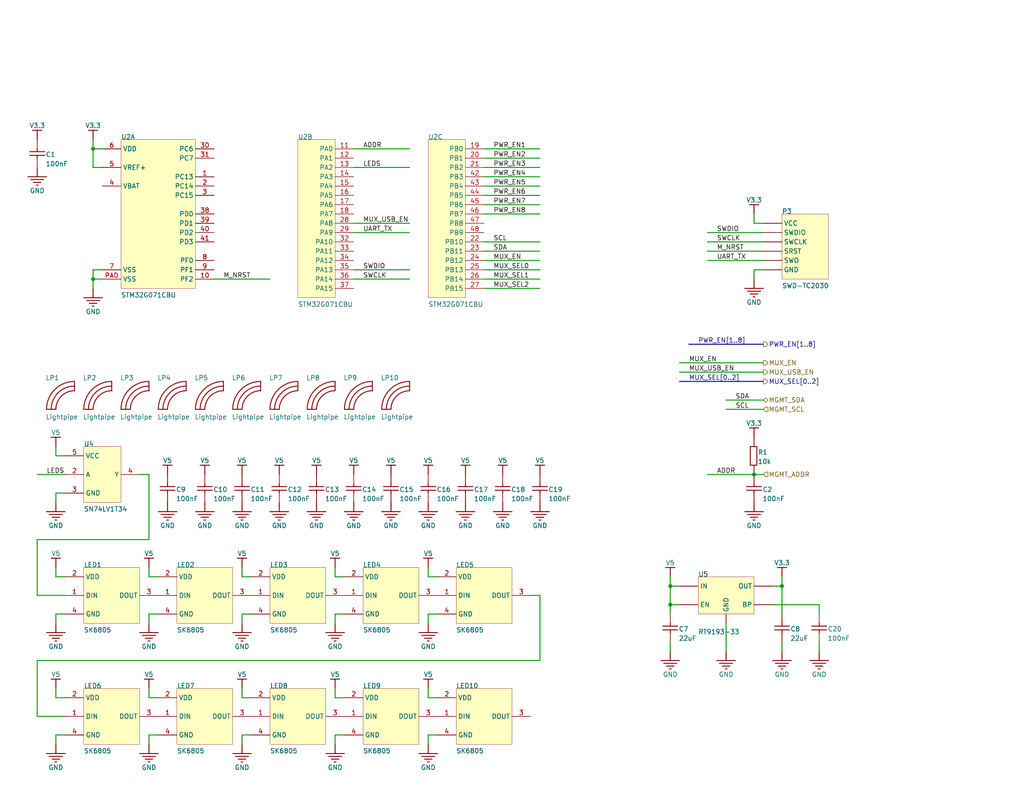
<source format=kicad_sch>
(kicad_sch (version 20231120) (generator "eeschema") (generator_version "8.0")
  (paper "A")
  (lib_symbols
    (symbol "top-altium-import:GND_POWER_GROUND" (power)
      (property "Reference" "#PWR" (at 0 0 0))
      (property "Value" "GND" (at 0 6.35 0))
      (symbol "GND_POWER_GROUND_0_0"
        (polyline (pts (xy -2.54 -2.54) (xy 2.54 -2.54)) (stroke (width 0.254)))
        (polyline (pts (xy -1.778 -3.302) (xy 1.778 -3.302)) (stroke (width 0.254)))
        (polyline (pts (xy -1.016 -4.064) (xy 1.016 -4.064)) (stroke (width 0.254)))
        (polyline (pts (xy -0.254 -4.826) (xy 0.254 -4.826)) (stroke (width 0.254)))
        (polyline (pts (xy 0 0) (xy 0 -2.54)) (stroke (width 0.254)))
        (pin power_in line (at 0 0 0) (length 0) hide (name "GND") (number ""))
      )
    )
    (symbol "top-altium-import:MGMT_0_Lightpipe"
      (symbol "MGMT_0_Lightpipe_1_0"
        (polyline (pts (xy -5.08 0) (xy -7.62 0)) (stroke (width 0.254)))
        (polyline (pts (xy 0 7.62) (xy 0 5.08)) (stroke (width 0.254)))
        (arc (start 0 5.08) (mid -3.5921 3.5921) (end -5.08 0) (stroke (width 0.254)))
        (arc (start 0 6.35) (mid -4.4901 4.4901) (end -6.35 0) (stroke (width 0.254)))
        (arc (start 0 7.62) (mid -5.3882 5.3882) (end -7.62 0) (stroke (width 0.254)))
      )
    )
    (symbol "top-altium-import:MGMT_0_SK6805"
      (symbol "MGMT_0_SK6805_1_0"
        (rectangle (start 7.62 7.62) (end -7.62 -7.62) (stroke (width 0.0254) (color 128 0 0 1)) (fill (type background)))
        (pin passive line (at -12.7 0 0) (length 5.08) (name "DIN") (number "1"))
        (pin passive line (at -12.7 5.08 0) (length 5.08) (name "VDD") (number "2"))
        (pin passive line (at 12.7 0 180) (length 5.08) (name "DOUT") (number "3"))
        (pin passive line (at -12.7 -5.08 0) (length 5.08) (name "GND") (number "4"))
      )
    )
    (symbol "top-altium-import:MGMT_0_SN74LV1T34"
      (symbol "MGMT_0_SN74LV1T34_1_0"
        (rectangle (start 5.08 7.62) (end -5.08 -7.62) (stroke (width 0.0254) (color 128 0 0 1)) (fill (type background)))
        (pin passive line (at -10.16 0 0) (length 5.08) (name "A") (number "2"))
        (pin passive line (at -10.16 -5.08 0) (length 5.08) (name "GND") (number "3"))
        (pin passive line (at 10.16 0 180) (length 5.08) (name "Y") (number "4"))
        (pin passive line (at -10.16 5.08 0) (length 5.08) (name "VCC") (number "5"))
      )
    )
    (symbol "top-altium-import:MGMT_0_STM32G0B1CxU"
      (symbol "MGMT_0_STM32G0B1CxU_1_0"
        (rectangle (start 10.16 20.32) (end -10.16 -20.32) (stroke (width 0.0254) (color 128 0 0 1)) (fill (type background)))
        (pin passive line (at 15.24 10.16 180) (length 5.08) (name "PC13") (number "1"))
        (pin passive line (at 15.24 -17.78 180) (length 5.08) (name "PF2") (number "10"))
        (pin passive line (at 15.24 7.62 180) (length 5.08) (name "PC14") (number "2"))
        (pin passive line (at 15.24 5.08 180) (length 5.08) (name "PC15") (number "3"))
        (pin passive line (at 15.24 17.78 180) (length 5.08) (name "PC6") (number "30"))
        (pin passive line (at 15.24 15.24 180) (length 5.08) (name "PC7") (number "31"))
        (pin passive line (at 15.24 0 180) (length 5.08) (name "PD0") (number "38"))
        (pin passive line (at 15.24 -2.54 180) (length 5.08) (name "PD1") (number "39"))
        (pin passive line (at -15.24 7.62 0) (length 5.08) (name "VBAT") (number "4"))
        (pin passive line (at 15.24 -5.08 180) (length 5.08) (name "PD2") (number "40"))
        (pin passive line (at 15.24 -7.62 180) (length 5.08) (name "PD3") (number "41"))
        (pin passive line (at -15.24 12.7 0) (length 5.08) (name "VREF+") (number "5"))
        (pin passive line (at -15.24 17.78 0) (length 5.08) (name "VDD") (number "6"))
        (pin passive line (at -15.24 -15.24 0) (length 5.08) (name "VSS") (number "7"))
        (pin passive line (at 15.24 -12.7 180) (length 5.08) (name "PF0") (number "8"))
        (pin passive line (at 15.24 -15.24 180) (length 5.08) (name "PF1") (number "9"))
        (pin passive line (at -15.24 -17.78 0) (length 5.08) (name "VSS") (number "PAD"))
      )
      (symbol "MGMT_0_STM32G0B1CxU_2_0"
        (rectangle (start 0 22.86) (end -10.16 -20.32) (stroke (width 0.0254) (color 128 0 0 1)) (fill (type background)))
        (pin passive line (at 5.08 20.32 180) (length 5.08) (name "PA0") (number "11"))
        (pin passive line (at 5.08 17.78 180) (length 5.08) (name "PA1") (number "12"))
        (pin passive line (at 5.08 15.24 180) (length 5.08) (name "PA2") (number "13"))
        (pin passive line (at 5.08 12.7 180) (length 5.08) (name "PA3") (number "14"))
        (pin passive line (at 5.08 10.16 180) (length 5.08) (name "PA4") (number "15"))
        (pin passive line (at 5.08 7.62 180) (length 5.08) (name "PA5") (number "16"))
        (pin passive line (at 5.08 5.08 180) (length 5.08) (name "PA6") (number "17"))
        (pin passive line (at 5.08 2.54 180) (length 5.08) (name "PA7") (number "18"))
        (pin passive line (at 5.08 0 180) (length 5.08) (name "PA8") (number "28"))
        (pin passive line (at 5.08 -2.54 180) (length 5.08) (name "PA9") (number "29"))
        (pin passive line (at 5.08 -5.08 180) (length 5.08) (name "PA10") (number "32"))
        (pin passive line (at 5.08 -7.62 180) (length 5.08) (name "PA11") (number "33"))
        (pin passive line (at 5.08 -10.16 180) (length 5.08) (name "PA12") (number "34"))
        (pin passive line (at 5.08 -12.7 180) (length 5.08) (name "PA13") (number "35"))
        (pin passive line (at 5.08 -15.24 180) (length 5.08) (name "PA14") (number "36"))
        (pin passive line (at 5.08 -17.78 180) (length 5.08) (name "PA15") (number "37"))
      )
      (symbol "MGMT_0_STM32G0B1CxU_3_0"
        (rectangle (start 0 22.86) (end -10.16 -20.32) (stroke (width 0.0254) (color 128 0 0 1)) (fill (type background)))
        (pin passive line (at 5.08 20.32 180) (length 5.08) (name "PB0") (number "19"))
        (pin passive line (at 5.08 17.78 180) (length 5.08) (name "PB1") (number "20"))
        (pin passive line (at 5.08 15.24 180) (length 5.08) (name "PB2") (number "21"))
        (pin passive line (at 5.08 -5.08 180) (length 5.08) (name "PB10") (number "22"))
        (pin passive line (at 5.08 -7.62 180) (length 5.08) (name "PB11") (number "23"))
        (pin passive line (at 5.08 -10.16 180) (length 5.08) (name "PB12") (number "24"))
        (pin passive line (at 5.08 -12.7 180) (length 5.08) (name "PB13") (number "25"))
        (pin passive line (at 5.08 -15.24 180) (length 5.08) (name "PB14") (number "26"))
        (pin passive line (at 5.08 -17.78 180) (length 5.08) (name "PB15") (number "27"))
        (pin passive line (at 5.08 12.7 180) (length 5.08) (name "PB3") (number "42"))
        (pin passive line (at 5.08 10.16 180) (length 5.08) (name "PB4") (number "43"))
        (pin passive line (at 5.08 7.62 180) (length 5.08) (name "PB5") (number "44"))
        (pin passive line (at 5.08 5.08 180) (length 5.08) (name "PB6") (number "45"))
        (pin passive line (at 5.08 2.54 180) (length 5.08) (name "PB7") (number "46"))
        (pin passive line (at 5.08 0 180) (length 5.08) (name "PB8") (number "47"))
        (pin passive line (at 5.08 -2.54 180) (length 5.08) (name "PB9") (number "48"))
      )
    )
    (symbol "top-altium-import:MGMT_0_SWD-TC2030"
      (symbol "MGMT_0_SWD-TC2030_1_0"
        (rectangle (start 7.62 7.62) (end -5.08 -10.16) (stroke (width 0.0254) (color 128 0 0 1)) (fill (type background)))
        (pin passive line (at -10.16 -7.62 0) (length 5.08) (name "GND") (number "GND"))
        (pin passive line (at -10.16 -2.54 0) (length 5.08) (name "SRST") (number "SRST"))
        (pin passive line (at -10.16 0 0) (length 5.08) (name "SWCLK") (number "SWCLK"))
        (pin passive line (at -10.16 2.54 0) (length 5.08) (name "SWDIO") (number "SWDIO"))
        (pin passive line (at -10.16 -5.08 0) (length 5.08) (name "SWO") (number "SWO"))
        (pin passive line (at -10.16 5.08 0) (length 5.08) (name "VCC") (number "VCC"))
      )
    )
    (symbol "top-altium-import:MGMT_0_VREG_EN_BP"
      (symbol "MGMT_0_VREG_EN_BP_1_0"
        (rectangle (start 7.62 2.54) (end -7.62 -7.62) (stroke (width 0.0254) (color 128 0 0 1)) (fill (type background)))
        (pin passive line (at 12.7 -5.08 180) (length 5.08) (name "BP") (number "BP"))
        (pin passive line (at -12.7 -5.08 0) (length 5.08) (name "EN") (number "EN"))
        (pin passive line (at 0 -10.16 90) (length 2.54) (name "GND") (number "GND"))
        (pin passive line (at -12.7 0 0) (length 5.08) (name "IN") (number "IN"))
        (pin passive line (at 12.7 0 180) (length 5.08) (name "OUT") (number "OUT"))
      )
    )
    (symbol "top-altium-import:MGMT_1_Capacitor"
      (symbol "MGMT_1_Capacitor_1_0"
        (polyline (pts (xy -2.032 0.762) (xy 2.032 0.762)) (stroke (width 0.254)))
        (polyline (pts (xy 0 0) (xy 0 0.762)) (stroke (width 0.254)))
        (polyline (pts (xy 0 1.778) (xy 0 2.54)) (stroke (width 0.254)))
        (polyline (pts (xy 2.032 1.778) (xy -2.032 1.778)) (stroke (width 0.254)))
        (pin passive line (at 0 -2.54 90) (length 2.54) (name "1") (number "1"))
        (pin passive line (at 0 5.08 270) (length 2.54) (name "2") (number "2"))
      )
    )
    (symbol "top-altium-import:MGMT_1_Resistor"
      (symbol "MGMT_1_Resistor_1_0"
        (polyline (pts (xy 0.762 -2.54) (xy -1.016 -2.54) (xy -1.016 2.54) (xy 0.762 2.54) (xy 0.762 -2.54)) (stroke (width 0.254)))
        (pin passive line (at 0 -5.08 90) (length 2.54) (name "1") (number "1"))
        (pin passive line (at 0 5.08 270) (length 2.54) (name "2") (number "2"))
      )
    )
    (symbol "top-altium-import:V3.3_BAR" (power)
      (property "Reference" "#PWR" (at 0 0 0))
      (property "Value" "V3.3" (at 0 3.81 0))
      (symbol "V3.3_BAR_0_0"
        (polyline (pts (xy -1.27 -2.54) (xy 1.27 -2.54)) (stroke (width 0.254)))
        (polyline (pts (xy 0 0) (xy 0 -2.54)) (stroke (width 0.254)))
        (pin power_in line (at 0 0 0) (length 0) hide (name "V3.3") (number ""))
      )
    )
    (symbol "top-altium-import:V5_BAR" (power)
      (property "Reference" "#PWR" (at 0 0 0))
      (property "Value" "V5" (at 0 3.81 0))
      (symbol "V5_BAR_0_0"
        (polyline (pts (xy -1.27 -2.54) (xy 1.27 -2.54)) (stroke (width 0.254)))
        (polyline (pts (xy 0 0) (xy 0 -2.54)) (stroke (width 0.254)))
        (pin power_in line (at 0 0 0) (length 0) hide (name "V5") (number ""))
      )
    )
  )
  (junction (at 182.88 160.02))
  (junction (at 213.36 160.02))
  (junction (at 25.4 76.2))
  (junction (at 25.4 40.64))
  (junction (at 205.74 129.54))
  (junction (at 182.88 165.1))
  (wire (pts (xy 116.84 187.96) (xy 116.84 190.5)) (stroke (width 0.254)))
  (wire (pts (xy 96.52 73.66) (xy 111.76 73.66)) (stroke (width 0.254)))
  (wire (pts (xy 68.58 200.66) (xy 66.04 200.66)) (stroke (width 0.254)))
  (wire (pts (xy 58.42 76.2) (xy 73.66 76.2)) (stroke (width 0.254)))
  (wire (pts (xy 10.16 195.58) (xy 10.16 180.34)) (stroke (width 0.254)))
  (wire (pts (xy 66.04 200.66) (xy 66.04 203.2)) (stroke (width 0.254)))
  (wire (pts (xy 193.04 63.5) (xy 208.28 63.5)) (stroke (width 0.254)))
  (wire (pts (xy 40.64 200.66) (xy 40.64 203.2)) (stroke (width 0.254)))
  (wire (pts (xy 93.98 200.66) (xy 91.44 200.66)) (stroke (width 0.254)))
  (wire (pts (xy 147.32 58.42) (xy 132.08 58.42)) (stroke (width 0.254)))
  (wire (pts (xy 10.16 162.56) (xy 17.78 162.56)) (stroke (width 0.254)))
  (wire (pts (xy 208.28 66.04) (xy 193.04 66.04)) (stroke (width 0.254)))
  (wire (pts (xy 116.84 154.94) (xy 116.84 157.48)) (stroke (width 0.254)))
  (wire (pts (xy 116.84 157.48) (xy 119.38 157.48)) (stroke (width 0.254)))
  (wire (pts (xy 43.18 200.66) (xy 40.64 200.66)) (stroke (width 0.254)))
  (wire (pts (xy 198.12 170.18) (xy 198.12 177.8)) (stroke (width 0.254)))
  (wire (pts (xy 10.16 147.32) (xy 10.16 162.56)) (stroke (width 0.254)))
  (wire (pts (xy 91.44 200.66) (xy 91.44 203.2)) (stroke (width 0.254)))
  (wire (pts (xy 15.24 134.62) (xy 15.24 137.16)) (stroke (width 0.254)))
  (wire (pts (xy 40.64 147.32) (xy 10.16 147.32)) (stroke (width 0.254)))
  (wire (pts (xy 210.82 160.02) (xy 213.36 160.02)) (stroke (width 0.254)))
  (bus (pts (xy 187.96 93.98) (xy 208.28 93.98)) (stroke (width 0.254)))
  (wire (pts (xy 147.32 50.8) (xy 132.08 50.8)) (stroke (width 0.254)))
  (wire (pts (xy 17.78 134.62) (xy 15.24 134.62)) (stroke (width 0.254)))
  (wire (pts (xy 27.94 45.72) (xy 25.4 45.72)) (stroke (width 0.254)))
  (wire (pts (xy 66.04 187.96) (xy 66.04 190.5)) (stroke (width 0.254)))
  (wire (pts (xy 15.24 187.96) (xy 15.24 190.5)) (stroke (width 0.254)))
  (wire (pts (xy 147.32 71.12) (xy 132.08 71.12)) (stroke (width 0.254)))
  (wire (pts (xy 40.64 190.5) (xy 43.18 190.5)) (stroke (width 0.254)))
  (wire (pts (xy 17.78 129.54) (xy 10.16 129.54)) (stroke (width 0.254)))
  (wire (pts (xy 15.24 167.64) (xy 15.24 170.18)) (stroke (width 0.254)))
  (wire (pts (xy 182.88 165.1) (xy 185.42 165.1)) (stroke (width 0.254)))
  (wire (pts (xy 119.38 167.64) (xy 116.84 167.64)) (stroke (width 0.254)))
  (wire (pts (xy 15.24 190.5) (xy 17.78 190.5)) (stroke (width 0.254)))
  (wire (pts (xy 119.38 200.66) (xy 116.84 200.66)) (stroke (width 0.254)))
  (wire (pts (xy 25.4 45.72) (xy 25.4 40.64)) (stroke (width 0.254)))
  (wire (pts (xy 205.74 73.66) (xy 205.74 76.2)) (stroke (width 0.254)))
  (wire (pts (xy 205.74 58.42) (xy 205.74 60.96)) (stroke (width 0.254)))
  (wire (pts (xy 66.04 167.64) (xy 66.04 170.18)) (stroke (width 0.254)))
  (wire (pts (xy 205.74 129.54) (xy 193.04 129.54)) (stroke (width 0.254)))
  (wire (pts (xy 213.36 177.8) (xy 213.36 175.26)) (stroke (width 0.254)))
  (wire (pts (xy 25.4 76.2) (xy 25.4 73.66)) (stroke (width 0.254)))
  (wire (pts (xy 68.58 167.64) (xy 66.04 167.64)) (stroke (width 0.254)))
  (wire (pts (xy 182.88 160.02) (xy 182.88 165.1)) (stroke (width 0.254)))
  (wire (pts (xy 193.04 71.12) (xy 208.28 71.12)) (stroke (width 0.254)))
  (wire (pts (xy 223.52 175.26) (xy 223.52 177.8)) (stroke (width 0.254)))
  (wire (pts (xy 182.88 177.8) (xy 182.88 175.26)) (stroke (width 0.254)))
  (wire (pts (xy 111.76 40.64) (xy 96.52 40.64)) (stroke (width 0.254)))
  (wire (pts (xy 147.32 45.72) (xy 132.08 45.72)) (stroke (width 0.254)))
  (wire (pts (xy 116.84 190.5) (xy 119.38 190.5)) (stroke (width 0.254)))
  (wire (pts (xy 66.04 154.94) (xy 66.04 157.48)) (stroke (width 0.254)))
  (wire (pts (xy 116.84 167.64) (xy 116.84 170.18)) (stroke (width 0.254)))
  (wire (pts (xy 147.32 78.74) (xy 132.08 78.74)) (stroke (width 0.254)))
  (wire (pts (xy 208.28 101.6) (xy 185.42 101.6)) (stroke (width 0.254)))
  (wire (pts (xy 15.24 124.46) (xy 17.78 124.46)) (stroke (width 0.254)))
  (wire (pts (xy 43.18 167.64) (xy 40.64 167.64)) (stroke (width 0.254)))
  (wire (pts (xy 91.44 154.94) (xy 91.44 157.48)) (stroke (width 0.254)))
  (wire (pts (xy 147.32 55.88) (xy 132.08 55.88)) (stroke (width 0.254)))
  (bus (pts (xy 208.28 104.14) (xy 185.42 104.14)) (stroke (width 0.254)))
  (wire (pts (xy 40.64 129.54) (xy 40.64 147.32)) (stroke (width 0.254)))
  (wire (pts (xy 147.32 66.04) (xy 132.08 66.04)) (stroke (width 0.254)))
  (wire (pts (xy 182.88 157.48) (xy 182.88 160.02)) (stroke (width 0.254)))
  (wire (pts (xy 213.36 167.64) (xy 213.36 160.02)) (stroke (width 0.254)))
  (wire (pts (xy 17.78 200.66) (xy 15.24 200.66)) (stroke (width 0.254)))
  (wire (pts (xy 147.32 43.18) (xy 132.08 43.18)) (stroke (width 0.254)))
  (wire (pts (xy 91.44 190.5) (xy 93.98 190.5)) (stroke (width 0.254)))
  (wire (pts (xy 25.4 40.64) (xy 27.94 40.64)) (stroke (width 0.254)))
  (wire (pts (xy 66.04 190.5) (xy 68.58 190.5)) (stroke (width 0.254)))
  (wire (pts (xy 15.24 121.92) (xy 15.24 124.46)) (stroke (width 0.254)))
  (wire (pts (xy 15.24 200.66) (xy 15.24 203.2)) (stroke (width 0.254)))
  (wire (pts (xy 17.78 167.64) (xy 15.24 167.64)) (stroke (width 0.254)))
  (wire (pts (xy 198.12 111.76) (xy 208.28 111.76)) (stroke (width 0.254)))
  (wire (pts (xy 208.28 109.22) (xy 198.12 109.22)) (stroke (width 0.254)))
  (wire (pts (xy 111.76 60.96) (xy 96.52 60.96)) (stroke (width 0.254)))
  (wire (pts (xy 91.44 187.96) (xy 91.44 190.5)) (stroke (width 0.254)))
  (wire (pts (xy 91.44 157.48) (xy 93.98 157.48)) (stroke (width 0.254)))
  (wire (pts (xy 17.78 195.58) (xy 10.16 195.58)) (stroke (width 0.254)))
  (wire (pts (xy 132.08 40.64) (xy 147.32 40.64)) (stroke (width 0.254)))
  (wire (pts (xy 147.32 162.56) (xy 144.78 162.56)) (stroke (width 0.254)))
  (wire (pts (xy 147.32 180.34) (xy 147.32 162.56)) (stroke (width 0.254)))
  (wire (pts (xy 25.4 78.74) (xy 25.4 76.2)) (stroke (width 0.254)))
  (wire (pts (xy 147.32 68.58) (xy 132.08 68.58)) (stroke (width 0.254)))
  (wire (pts (xy 208.28 129.54) (xy 205.74 129.54)) (stroke (width 0.254)))
  (wire (pts (xy 208.28 99.06) (xy 185.42 99.06)) (stroke (width 0.254)))
  (wire (pts (xy 147.32 76.2) (xy 132.08 76.2)) (stroke (width 0.254)))
  (wire (pts (xy 182.88 167.64) (xy 182.88 165.1)) (stroke (width 0.254)))
  (wire (pts (xy 91.44 167.64) (xy 91.44 170.18)) (stroke (width 0.254)))
  (wire (pts (xy 40.64 154.94) (xy 40.64 157.48)) (stroke (width 0.254)))
  (wire (pts (xy 38.1 129.54) (xy 40.64 129.54)) (stroke (width 0.254)))
  (wire (pts (xy 40.64 157.48) (xy 43.18 157.48)) (stroke (width 0.254)))
  (wire (pts (xy 193.04 68.58) (xy 208.28 68.58)) (stroke (width 0.254)))
  (wire (pts (xy 185.42 160.02) (xy 182.88 160.02)) (stroke (width 0.254)))
  (wire (pts (xy 208.28 73.66) (xy 205.74 73.66)) (stroke (width 0.254)))
  (wire (pts (xy 40.64 187.96) (xy 40.64 190.5)) (stroke (width 0.254)))
  (wire (pts (xy 66.04 157.48) (xy 68.58 157.48)) (stroke (width 0.254)))
  (wire (pts (xy 93.98 167.64) (xy 91.44 167.64)) (stroke (width 0.254)))
  (wire (pts (xy 210.82 165.1) (xy 223.52 165.1)) (stroke (width 0.254)))
  (wire (pts (xy 111.76 45.72) (xy 96.52 45.72)) (stroke (width 0.254)))
  (wire (pts (xy 116.84 200.66) (xy 116.84 203.2)) (stroke (width 0.254)))
  (wire (pts (xy 205.74 60.96) (xy 208.28 60.96)) (stroke (width 0.254)))
  (wire (pts (xy 25.4 38.1) (xy 25.4 40.64)) (stroke (width 0.254)))
  (wire (pts (xy 147.32 73.66) (xy 132.08 73.66)) (stroke (width 0.254)))
  (wire (pts (xy 25.4 76.2) (xy 27.94 76.2)) (stroke (width 0.254)))
  (wire (pts (xy 213.36 160.02) (xy 213.36 157.48)) (stroke (width 0.254)))
  (wire (pts (xy 223.52 165.1) (xy 223.52 167.64)) (stroke (width 0.254)))
  (wire (pts (xy 111.76 76.2) (xy 96.52 76.2)) (stroke (width 0.254)))
  (wire (pts (xy 96.52 63.5) (xy 111.76 63.5)) (stroke (width 0.254)))
  (wire (pts (xy 10.16 180.34) (xy 147.32 180.34)) (stroke (width 0.254)))
  (wire (pts (xy 25.4 73.66) (xy 27.94 73.66)) (stroke (width 0.254)))
  (wire (pts (xy 40.64 167.64) (xy 40.64 170.18)) (stroke (width 0.254)))
  (wire (pts (xy 15.24 154.94) (xy 15.24 157.48)) (stroke (width 0.254)))
  (wire (pts (xy 147.32 48.26) (xy 132.08 48.26)) (stroke (width 0.254)))
  (wire (pts (xy 147.32 53.34) (xy 132.08 53.34)) (stroke (width 0.254)))
  (wire (pts (xy 15.24 157.48) (xy 17.78 157.48)) (stroke (width 0.254)))
  (label "SWCLK" (at 99.06 76.2 0))
  (label "ADDR" (at 99.06 40.64 0))
  (label "PWR_EN4" (at 134.62 48.26 0))
  (label "SWCLK" (at 195.58 66.04 0))
  (label "UART_TX" (at 195.58 71.12 0))
  (label "SDA" (at 200.66 109.22 0))
  (label "PWR_EN2" (at 134.62 43.18 0))
  (label "MUX_SEL[0..2]" (at 187.96 104.14 0))
  (label "M_NRST" (at 60.96 76.2 0))
  (label "M_NRST" (at 195.58 68.58 0))
  (label "SDA" (at 134.62 68.58 0))
  (label "MUX_USB_EN" (at 187.96 101.6 0))
  (label "SCL" (at 134.62 66.04 0))
  (label "SWDIO" (at 99.06 73.66 0))
  (label "LEDS" (at 12.7 129.54 0))
  (label "LEDS" (at 99.06 45.72 0))
  (label "PWR_EN[1..8]" (at 190.5 93.98 0))
  (label "MUX_SEL2" (at 134.62 78.74 0))
  (label "PWR_EN1" (at 134.62 40.64 0))
  (label "MUX_SEL0" (at 134.62 73.66 0))
  (label "UART_TX" (at 99.06 63.5 0))
  (label "PWR_EN3" (at 134.62 45.72 0))
  (label "PWR_EN6" (at 134.62 53.34 0))
  (label "PWR_EN5" (at 134.62 50.8 0))
  (label "SWDIO" (at 195.58 63.5 0))
  (label "MUX_SEL1" (at 134.62 76.2 0))
  (label "MUX_EN" (at 134.62 71.12 0))
  (label "MUX_USB_EN" (at 99.06 60.96 0))
  (label "PWR_EN8" (at 134.62 58.42 0))
  (label "ADDR" (at 195.58 129.54 0))
  (label "PWR_EN7" (at 134.62 55.88 0))
  (label "SCL" (at 200.66 111.76 0))
  (label "MUX_EN" (at 187.96 99.06 0))
  (hierarchical_label "MGMT_SCL" (shape input) (at 208.28 111.76 0))
  (hierarchical_label "PWR_EN[1..8]" (shape output) (at 208.28 93.98 0))
  (hierarchical_label "MGMT_SDA" (shape bidirectional) (at 208.28 109.22 0))
  (hierarchical_label "MUX_EN" (shape output) (at 208.28 99.06 0))
  (hierarchical_label "MUX_USB_EN" (shape output) (at 208.28 101.6 0))
  (hierarchical_label "MGMT_ADDR" (shape input) (at 208.28 129.54 0))
  (hierarchical_label "MUX_SEL[0..2]" (shape output) (at 208.28 104.14 0))
  (symbol (lib_id "top-altium-import:MGMT_0_STM32G0B1CxU") (at 43.18 58.42 0) (unit 1)
    (property "Reference" "U2" (at 33.02 38.1 0) (effects (justify left bottom)))
    (property "Value" "STM32G071CBU" (at 33.02 81.28 0) (effects (justify left bottom)))
    (property "Footprint" "QFN50P690X710X60_HS-49N" (effects (hide yes)))
  )
  (symbol (lib_id "top-altium-import:GND_POWER_GROUND") (at 127 137.16 0) (unit 1)
    (property "Reference" "#PWR?" (effects (hide yes)))
    (property "Value" "GND" (at 127 143.51 0))
  )
  (symbol (lib_id "top-altium-import:GND_POWER_GROUND") (at 66.04 203.2 0) (unit 1)
    (property "Reference" "#PWR?" (effects (hide yes)))
    (property "Value" "GND" (at 66.04 209.55 0))
  )
  (symbol (lib_id "top-altium-import:MGMT_0_STM32G0B1CxU") (at 91.44 60.96 0) (unit 2)
    (property "Reference" "U2" (at 81.28 38.1 0) (effects (justify left bottom)))
    (property "Value" "STM32G071CBU" (at 81.28 83.82 0) (effects (justify left bottom)))
    (property "Footprint" "QFN50P690X710X60_HS-49N" (effects (hide yes)))
  )
  (symbol (lib_id "top-altium-import:V5_BAR") (at 106.68 129.54 180) (unit 1)
    (property "Reference" "#PWR?" (effects (hide yes)))
    (property "Value" "V5" (at 106.68 125.73 0))
  )
  (symbol (lib_id "top-altium-import:V5_BAR") (at 182.88 157.48 180) (unit 1)
    (property "Reference" "#PWR?" (effects (hide yes)))
    (property "Value" "V5" (at 182.88 153.67 0))
  )
  (symbol (lib_id "top-altium-import:MGMT_1_Capacitor") (at 137.16 134.62 0) (unit 1)
    (property "Reference" "C18" (at 139.446 134.366 0) (effects (justify left bottom)))
    (property "Value" "${ALTIUM_VALUE}" (at 139.446 136.906 0) (effects (justify left bottom)))
    (property "Footprint" "0402" (effects (hide yes)))
    (property "ALTIUM_VALUE" "100nF" (effects (hide yes)))
  )
  (symbol (lib_id "top-altium-import:MGMT_1_Capacitor") (at 205.74 134.62 0) (unit 1)
    (property "Reference" "C2" (at 208.026 134.366 0) (effects (justify left bottom)))
    (property "Value" "${ALTIUM_VALUE}" (at 208.026 136.906 0) (effects (justify left bottom)))
    (property "Footprint" "0402" (effects (hide yes)))
    (property "ALTIUM_VALUE" "100nF" (effects (hide yes)))
  )
  (symbol (lib_id "top-altium-import:GND_POWER_GROUND") (at 147.32 137.16 0) (unit 1)
    (property "Reference" "#PWR?" (effects (hide yes)))
    (property "Value" "GND" (at 147.32 143.51 0))
  )
  (symbol (lib_id "top-altium-import:V5_BAR") (at 91.44 187.96 180) (unit 1)
    (property "Reference" "#PWR?" (effects (hide yes)))
    (property "Value" "V5" (at 91.44 184.15 0))
  )
  (symbol (lib_id "top-altium-import:MGMT_0_SK6805") (at 30.48 195.58 0) (unit 1)
    (property "Reference" "LED6" (at 22.86 187.96 0) (effects (justify left bottom)))
    (property "Value" "SK6805" (at 22.86 205.74 0) (effects (justify left bottom)))
    (property "Footprint" "EC15" (effects (hide yes)))
  )
  (symbol (lib_id "top-altium-import:GND_POWER_GROUND") (at 116.84 170.18 0) (unit 1)
    (property "Reference" "#PWR?" (effects (hide yes)))
    (property "Value" "GND" (at 116.84 176.53 0))
  )
  (symbol (lib_id "top-altium-import:GND_POWER_GROUND") (at 116.84 203.2 0) (unit 1)
    (property "Reference" "#PWR?" (effects (hide yes)))
    (property "Value" "GND" (at 116.84 209.55 0))
  )
  (symbol (lib_id "top-altium-import:GND_POWER_GROUND") (at 40.64 170.18 0) (unit 1)
    (property "Reference" "#PWR?" (effects (hide yes)))
    (property "Value" "GND" (at 40.64 176.53 0))
  )
  (symbol (lib_id "top-altium-import:V3.3_BAR") (at 10.16 38.1 180) (unit 1)
    (property "Reference" "#PWR?" (effects (hide yes)))
    (property "Value" "V3.3" (at 10.16 34.29 0))
  )
  (symbol (lib_id "top-altium-import:V3.3_BAR") (at 205.74 58.42 180) (unit 1)
    (property "Reference" "#PWR?" (effects (hide yes)))
    (property "Value" "V3.3" (at 205.74 54.61 0))
  )
  (symbol (lib_id "top-altium-import:MGMT_1_Capacitor") (at 55.88 134.62 0) (unit 1)
    (property "Reference" "C10" (at 58.166 134.366 0) (effects (justify left bottom)))
    (property "Value" "${ALTIUM_VALUE}" (at 58.166 136.906 0) (effects (justify left bottom)))
    (property "Footprint" "0402" (effects (hide yes)))
    (property "ALTIUM_VALUE" "100nF" (effects (hide yes)))
  )
  (symbol (lib_id "top-altium-import:MGMT_0_SN74LV1T34") (at 27.94 129.54 0) (unit 1)
    (property "Reference" "U4" (at 22.86 121.92 0) (effects (justify left bottom)))
    (property "Value" "SN74LV1T34" (at 22.86 139.7 0) (effects (justify left bottom)))
    (property "Footprint" "SOT23-5" (effects (hide yes)))
  )
  (symbol (lib_id "top-altium-import:MGMT_0_SK6805") (at 30.48 162.56 0) (unit 1)
    (property "Reference" "LED1" (at 22.86 154.94 0) (effects (justify left bottom)))
    (property "Value" "SK6805" (at 22.86 172.72 0) (effects (justify left bottom)))
    (property "Footprint" "EC15" (effects (hide yes)))
  )
  (symbol (lib_id "top-altium-import:MGMT_0_Lightpipe") (at 30.48 111.76 0) (unit 1)
    (property "Reference" "LP2" (at 22.606 103.886 0) (effects (justify left bottom)))
    (property "Value" "Lightpipe" (at 22.606 114.554 0) (effects (justify left bottom)))
    (property "Footprint" "SLP3-150-100-F" (effects (hide yes)))
  )
  (symbol (lib_id "top-altium-import:V5_BAR") (at 147.32 129.54 180) (unit 1)
    (property "Reference" "#PWR?" (effects (hide yes)))
    (property "Value" "V5" (at 147.32 125.73 0))
  )
  (symbol (lib_id "top-altium-import:GND_POWER_GROUND") (at 91.44 203.2 0) (unit 1)
    (property "Reference" "#PWR?" (effects (hide yes)))
    (property "Value" "GND" (at 91.44 209.55 0))
  )
  (symbol (lib_id "top-altium-import:GND_POWER_GROUND") (at 15.24 170.18 0) (unit 1)
    (property "Reference" "#PWR?" (effects (hide yes)))
    (property "Value" "GND" (at 15.24 176.53 0))
  )
  (symbol (lib_id "top-altium-import:MGMT_1_Capacitor") (at 76.2 134.62 0) (unit 1)
    (property "Reference" "C12" (at 78.486 134.366 0) (effects (justify left bottom)))
    (property "Value" "${ALTIUM_VALUE}" (at 78.486 136.906 0) (effects (justify left bottom)))
    (property "Footprint" "0402" (effects (hide yes)))
    (property "ALTIUM_VALUE" "100nF" (effects (hide yes)))
  )
  (symbol (lib_id "top-altium-import:V5_BAR") (at 45.72 129.54 180) (unit 1)
    (property "Reference" "#PWR?" (effects (hide yes)))
    (property "Value" "V5" (at 45.72 125.73 0))
  )
  (symbol (lib_id "top-altium-import:V3.3_BAR") (at 213.36 157.48 180) (unit 1)
    (property "Reference" "#PWR?" (effects (hide yes)))
    (property "Value" "V3.3" (at 213.36 153.67 0))
  )
  (symbol (lib_id "top-altium-import:MGMT_0_Lightpipe") (at 101.6 111.76 0) (unit 1)
    (property "Reference" "LP9" (at 93.726 103.886 0) (effects (justify left bottom)))
    (property "Value" "Lightpipe" (at 93.726 114.554 0) (effects (justify left bottom)))
    (property "Footprint" "SLP3-150-100-F" (effects (hide yes)))
  )
  (symbol (lib_id "top-altium-import:V5_BAR") (at 66.04 187.96 180) (unit 1)
    (property "Reference" "#PWR?" (effects (hide yes)))
    (property "Value" "V5" (at 66.04 184.15 0))
  )
  (symbol (lib_id "top-altium-import:MGMT_0_SK6805") (at 106.68 162.56 0) (unit 1)
    (property "Reference" "LED4" (at 99.06 154.94 0) (effects (justify left bottom)))
    (property "Value" "SK6805" (at 99.06 172.72 0) (effects (justify left bottom)))
    (property "Footprint" "EC15" (effects (hide yes)))
  )
  (symbol (lib_id "top-altium-import:GND_POWER_GROUND") (at 66.04 170.18 0) (unit 1)
    (property "Reference" "#PWR?" (effects (hide yes)))
    (property "Value" "GND" (at 66.04 176.53 0))
  )
  (symbol (lib_id "top-altium-import:GND_POWER_GROUND") (at 55.88 137.16 0) (unit 1)
    (property "Reference" "#PWR?" (effects (hide yes)))
    (property "Value" "GND" (at 55.88 143.51 0))
  )
  (symbol (lib_id "top-altium-import:V5_BAR") (at 55.88 129.54 180) (unit 1)
    (property "Reference" "#PWR?" (effects (hide yes)))
    (property "Value" "V5" (at 55.88 125.73 0))
  )
  (symbol (lib_id "top-altium-import:V5_BAR") (at 76.2 129.54 180) (unit 1)
    (property "Reference" "#PWR?" (effects (hide yes)))
    (property "Value" "V5" (at 76.2 125.73 0))
  )
  (symbol (lib_id "top-altium-import:V5_BAR") (at 116.84 187.96 180) (unit 1)
    (property "Reference" "#PWR?" (effects (hide yes)))
    (property "Value" "V5" (at 116.84 184.15 0))
  )
  (symbol (lib_id "top-altium-import:GND_POWER_GROUND") (at 15.24 137.16 0) (unit 1)
    (property "Reference" "#PWR?" (effects (hide yes)))
    (property "Value" "GND" (at 15.24 143.51 0))
  )
  (symbol (lib_id "top-altium-import:GND_POWER_GROUND") (at 76.2 137.16 0) (unit 1)
    (property "Reference" "#PWR?" (effects (hide yes)))
    (property "Value" "GND" (at 76.2 143.51 0))
  )
  (symbol (lib_id "top-altium-import:V5_BAR") (at 15.24 154.94 180) (unit 1)
    (property "Reference" "#PWR?" (effects (hide yes)))
    (property "Value" "V5" (at 15.24 151.13 0))
  )
  (symbol (lib_id "top-altium-import:MGMT_1_Capacitor") (at 213.36 172.72 0) (unit 1)
    (property "Reference" "C8" (at 215.646 172.466 0) (effects (justify left bottom)))
    (property "Value" "${ALTIUM_VALUE}" (at 215.646 175.006 0) (effects (justify left bottom)))
    (property "Footprint" "0805" (effects (hide yes)))
    (property "ALTIUM_VALUE" "22uF" (effects (hide yes)))
  )
  (symbol (lib_id "top-altium-import:V5_BAR") (at 86.36 129.54 180) (unit 1)
    (property "Reference" "#PWR?" (effects (hide yes)))
    (property "Value" "V5" (at 86.36 125.73 0))
  )
  (symbol (lib_id "top-altium-import:V5_BAR") (at 40.64 154.94 180) (unit 1)
    (property "Reference" "#PWR?" (effects (hide yes)))
    (property "Value" "V5" (at 40.64 151.13 0))
  )
  (symbol (lib_id "top-altium-import:V5_BAR") (at 116.84 129.54 180) (unit 1)
    (property "Reference" "#PWR?" (effects (hide yes)))
    (property "Value" "V5" (at 116.84 125.73 0))
  )
  (symbol (lib_id "top-altium-import:MGMT_0_VREG_EN_BP") (at 198.12 160.02 0) (unit 1)
    (property "Reference" "U5" (at 190.5 157.48 0) (effects (justify left bottom)))
    (property "Value" "RT9193-33" (at 190.5 173.228 0) (effects (justify left bottom)))
    (property "Footprint" "SOT23-5" (effects (hide yes)))
  )
  (symbol (lib_id "top-altium-import:MGMT_1_Capacitor") (at 116.84 134.62 0) (unit 1)
    (property "Reference" "C16" (at 119.126 134.366 0) (effects (justify left bottom)))
    (property "Value" "${ALTIUM_VALUE}" (at 119.126 136.906 0) (effects (justify left bottom)))
    (property "Footprint" "0402" (effects (hide yes)))
    (property "ALTIUM_VALUE" "100nF" (effects (hide yes)))
  )
  (symbol (lib_id "top-altium-import:MGMT_1_Capacitor") (at 127 134.62 0) (unit 1)
    (property "Reference" "C17" (at 129.286 134.366 0) (effects (justify left bottom)))
    (property "Value" "${ALTIUM_VALUE}" (at 129.286 136.906 0) (effects (justify left bottom)))
    (property "Footprint" "0402" (effects (hide yes)))
    (property "ALTIUM_VALUE" "100nF" (effects (hide yes)))
  )
  (symbol (lib_id "top-altium-import:MGMT_1_Capacitor") (at 96.52 134.62 0) (unit 1)
    (property "Reference" "C14" (at 98.806 134.366 0) (effects (justify left bottom)))
    (property "Value" "${ALTIUM_VALUE}" (at 98.806 136.906 0) (effects (justify left bottom)))
    (property "Footprint" "0402" (effects (hide yes)))
    (property "ALTIUM_VALUE" "100nF" (effects (hide yes)))
  )
  (symbol (lib_id "top-altium-import:GND_POWER_GROUND") (at 106.68 137.16 0) (unit 1)
    (property "Reference" "#PWR?" (effects (hide yes)))
    (property "Value" "GND" (at 106.68 143.51 0))
  )
  (symbol (lib_id "top-altium-import:MGMT_0_SK6805") (at 55.88 195.58 0) (unit 1)
    (property "Reference" "LED7" (at 48.26 187.96 0) (effects (justify left bottom)))
    (property "Value" "SK6805" (at 48.26 205.74 0) (effects (justify left bottom)))
    (property "Footprint" "EC15" (effects (hide yes)))
  )
  (symbol (lib_id "top-altium-import:MGMT_0_Lightpipe") (at 71.12 111.76 0) (unit 1)
    (property "Reference" "LP6" (at 63.246 103.886 0) (effects (justify left bottom)))
    (property "Value" "Lightpipe" (at 63.246 114.554 0) (effects (justify left bottom)))
    (property "Footprint" "SLP3-150-100-F" (effects (hide yes)))
  )
  (symbol (lib_id "top-altium-import:V5_BAR") (at 15.24 187.96 180) (unit 1)
    (property "Reference" "#PWR?" (effects (hide yes)))
    (property "Value" "V5" (at 15.24 184.15 0))
  )
  (symbol (lib_id "top-altium-import:MGMT_0_SK6805") (at 81.28 162.56 0) (unit 1)
    (property "Reference" "LED3" (at 73.66 154.94 0) (effects (justify left bottom)))
    (property "Value" "SK6805" (at 73.66 172.72 0) (effects (justify left bottom)))
    (property "Footprint" "EC15" (effects (hide yes)))
  )
  (symbol (lib_id "top-altium-import:MGMT_1_Capacitor") (at 182.88 172.72 0) (unit 1)
    (property "Reference" "C7" (at 185.166 172.466 0) (effects (justify left bottom)))
    (property "Value" "${ALTIUM_VALUE}" (at 185.166 175.006 0) (effects (justify left bottom)))
    (property "Footprint" "0805" (effects (hide yes)))
    (property "ALTIUM_VALUE" "22uF" (effects (hide yes)))
  )
  (symbol (lib_id "top-altium-import:MGMT_1_Capacitor") (at 147.32 134.62 0) (unit 1)
    (property "Reference" "C19" (at 149.606 134.366 0) (effects (justify left bottom)))
    (property "Value" "${ALTIUM_VALUE}" (at 149.606 136.906 0) (effects (justify left bottom)))
    (property "Footprint" "0402" (effects (hide yes)))
    (property "ALTIUM_VALUE" "100nF" (effects (hide yes)))
  )
  (symbol (lib_id "top-altium-import:GND_POWER_GROUND") (at 205.74 76.2 0) (unit 1)
    (property "Reference" "#PWR?" (effects (hide yes)))
    (property "Value" "GND" (at 205.74 82.55 0))
  )
  (symbol (lib_id "top-altium-import:V5_BAR") (at 96.52 129.54 180) (unit 1)
    (property "Reference" "#PWR?" (effects (hide yes)))
    (property "Value" "V5" (at 96.52 125.73 0))
  )
  (symbol (lib_id "top-altium-import:MGMT_0_Lightpipe") (at 91.44 111.76 0) (unit 1)
    (property "Reference" "LP8" (at 83.566 103.886 0) (effects (justify left bottom)))
    (property "Value" "Lightpipe" (at 83.566 114.554 0) (effects (justify left bottom)))
    (property "Footprint" "SLP3-150-100-F" (effects (hide yes)))
  )
  (symbol (lib_id "top-altium-import:MGMT_0_SWD-TC2030") (at 218.44 66.04 0) (unit 1)
    (property "Reference" "P3" (at 213.36 58.42 0) (effects (justify left bottom)))
    (property "Value" "SWD-TC2030" (at 213.36 78.74 0) (effects (justify left bottom)))
    (property "Footprint" "TC2030-NL" (effects (hide yes)))
  )
  (symbol (lib_id "top-altium-import:MGMT_0_SK6805") (at 55.88 162.56 0) (unit 1)
    (property "Reference" "LED2" (at 48.26 154.94 0) (effects (justify left bottom)))
    (property "Value" "SK6805" (at 48.26 172.72 0) (effects (justify left bottom)))
    (property "Footprint" "EC15" (effects (hide yes)))
  )
  (symbol (lib_id "top-altium-import:GND_POWER_GROUND") (at 137.16 137.16 0) (unit 1)
    (property "Reference" "#PWR?" (effects (hide yes)))
    (property "Value" "GND" (at 137.16 143.51 0))
  )
  (symbol (lib_id "top-altium-import:GND_POWER_GROUND") (at 182.88 177.8 0) (unit 1)
    (property "Reference" "#PWR?" (effects (hide yes)))
    (property "Value" "GND" (at 182.88 184.15 0))
  )
  (symbol (lib_id "top-altium-import:MGMT_0_Lightpipe") (at 40.64 111.76 0) (unit 1)
    (property "Reference" "LP3" (at 32.766 103.886 0) (effects (justify left bottom)))
    (property "Value" "Lightpipe" (at 32.766 114.554 0) (effects (justify left bottom)))
    (property "Footprint" "SLP3-150-100-F" (effects (hide yes)))
  )
  (symbol (lib_id "top-altium-import:V5_BAR") (at 127 129.54 180) (unit 1)
    (property "Reference" "#PWR?" (effects (hide yes)))
    (property "Value" "V5" (at 127 125.73 0))
  )
  (symbol (lib_id "top-altium-import:GND_POWER_GROUND") (at 40.64 203.2 0) (unit 1)
    (property "Reference" "#PWR?" (effects (hide yes)))
    (property "Value" "GND" (at 40.64 209.55 0))
  )
  (symbol (lib_id "top-altium-import:V5_BAR") (at 116.84 154.94 180) (unit 1)
    (property "Reference" "#PWR?" (effects (hide yes)))
    (property "Value" "V5" (at 116.84 151.13 0))
  )
  (symbol (lib_id "top-altium-import:GND_POWER_GROUND") (at 10.16 45.72 0) (unit 1)
    (property "Reference" "#PWR?" (effects (hide yes)))
    (property "Value" "GND" (at 10.16 52.07 0))
  )
  (symbol (lib_id "top-altium-import:MGMT_0_Lightpipe") (at 111.76 111.76 0) (unit 1)
    (property "Reference" "LP10" (at 103.886 103.886 0) (effects (justify left bottom)))
    (property "Value" "Lightpipe" (at 103.886 114.554 0) (effects (justify left bottom)))
    (property "Footprint" "SLP3-150-100-F" (effects (hide yes)))
  )
  (symbol (lib_id "top-altium-import:MGMT_1_Capacitor") (at 45.72 134.62 0) (unit 1)
    (property "Reference" "C9" (at 48.006 134.366 0) (effects (justify left bottom)))
    (property "Value" "${ALTIUM_VALUE}" (at 48.006 136.906 0) (effects (justify left bottom)))
    (property "Footprint" "0402" (effects (hide yes)))
    (property "ALTIUM_VALUE" "100nF" (effects (hide yes)))
  )
  (symbol (lib_id "top-altium-import:GND_POWER_GROUND") (at 213.36 177.8 0) (unit 1)
    (property "Reference" "#PWR?" (effects (hide yes)))
    (property "Value" "GND" (at 213.36 184.15 0))
  )
  (symbol (lib_id "top-altium-import:V3.3_BAR") (at 25.4 38.1 180) (unit 1)
    (property "Reference" "#PWR?" (effects (hide yes)))
    (property "Value" "V3.3" (at 25.4 34.29 0))
  )
  (symbol (lib_id "top-altium-import:V5_BAR") (at 66.04 129.54 180) (unit 1)
    (property "Reference" "#PWR?" (effects (hide yes)))
    (property "Value" "V5" (at 66.04 125.73 0))
  )
  (symbol (lib_id "top-altium-import:MGMT_1_Capacitor") (at 106.68 134.62 0) (unit 1)
    (property "Reference" "C15" (at 108.966 134.366 0) (effects (justify left bottom)))
    (property "Value" "${ALTIUM_VALUE}" (at 108.966 136.906 0) (effects (justify left bottom)))
    (property "Footprint" "0402" (effects (hide yes)))
    (property "ALTIUM_VALUE" "100nF" (effects (hide yes)))
  )
  (symbol (lib_id "top-altium-import:MGMT_1_Capacitor") (at 10.16 43.18 0) (unit 1)
    (property "Reference" "C1" (at 12.446 42.926 0) (effects (justify left bottom)))
    (property "Value" "${ALTIUM_VALUE}" (at 12.446 45.466 0) (effects (justify left bottom)))
    (property "Footprint" "0402" (effects (hide yes)))
    (property "ALTIUM_VALUE" "100nF" (effects (hide yes)))
  )
  (symbol (lib_id "top-altium-import:V5_BAR") (at 137.16 129.54 180) (unit 1)
    (property "Reference" "#PWR?" (effects (hide yes)))
    (property "Value" "V5" (at 137.16 125.73 0))
  )
  (symbol (lib_id "top-altium-import:V5_BAR") (at 40.64 187.96 180) (unit 1)
    (property "Reference" "#PWR?" (effects (hide yes)))
    (property "Value" "V5" (at 40.64 184.15 0))
  )
  (symbol (lib_id "top-altium-import:GND_POWER_GROUND") (at 116.84 137.16 0) (unit 1)
    (property "Reference" "#PWR?" (effects (hide yes)))
    (property "Value" "GND" (at 116.84 143.51 0))
  )
  (symbol (lib_id "top-altium-import:MGMT_0_Lightpipe") (at 60.96 111.76 0) (unit 1)
    (property "Reference" "LP5" (at 53.086 103.886 0) (effects (justify left bottom)))
    (property "Value" "Lightpipe" (at 53.086 114.554 0) (effects (justify left bottom)))
    (property "Footprint" "SLP3-150-100-F" (effects (hide yes)))
  )
  (symbol (lib_id "top-altium-import:MGMT_0_SK6805") (at 132.08 162.56 0) (unit 1)
    (property "Reference" "LED5" (at 124.46 154.94 0) (effects (justify left bottom)))
    (property "Value" "SK6805" (at 124.46 172.72 0) (effects (justify left bottom)))
    (property "Footprint" "EC15" (effects (hide yes)))
  )
  (symbol (lib_id "top-altium-import:GND_POWER_GROUND") (at 25.4 78.74 0) (unit 1)
    (property "Reference" "#PWR?" (effects (hide yes)))
    (property "Value" "GND" (at 25.4 85.09 0))
  )
  (symbol (lib_id "top-altium-import:V5_BAR") (at 91.44 154.94 180) (unit 1)
    (property "Reference" "#PWR?" (effects (hide yes)))
    (property "Value" "V5" (at 91.44 151.13 0))
  )
  (symbol (lib_id "top-altium-import:GND_POWER_GROUND") (at 223.52 177.8 0) (unit 1)
    (property "Reference" "#PWR?" (effects (hide yes)))
    (property "Value" "GND" (at 223.52 184.15 0))
  )
  (symbol (lib_id "top-altium-import:MGMT_0_SK6805") (at 81.28 195.58 0) (unit 1)
    (property "Reference" "LED8" (at 73.66 187.96 0) (effects (justify left bottom)))
    (property "Value" "SK6805" (at 73.66 205.74 0) (effects (justify left bottom)))
    (property "Footprint" "EC15" (effects (hide yes)))
  )
  (symbol (lib_id "top-altium-import:GND_POWER_GROUND") (at 15.24 203.2 0) (unit 1)
    (property "Reference" "#PWR?" (effects (hide yes)))
    (property "Value" "GND" (at 15.24 209.55 0))
  )
  (symbol (lib_id "top-altium-import:GND_POWER_GROUND") (at 91.44 170.18 0) (unit 1)
    (property "Reference" "#PWR?" (effects (hide yes)))
    (property "Value" "GND" (at 91.44 176.53 0))
  )
  (symbol (lib_id "top-altium-import:GND_POWER_GROUND") (at 96.52 137.16 0) (unit 1)
    (property "Reference" "#PWR?" (effects (hide yes)))
    (property "Value" "GND" (at 96.52 143.51 0))
  )
  (symbol (lib_id "top-altium-import:MGMT_1_Capacitor") (at 223.52 172.72 0) (unit 1)
    (property "Reference" "C20" (at 225.806 172.466 0) (effects (justify left bottom)))
    (property "Value" "${ALTIUM_VALUE}" (at 225.806 175.006 0) (effects (justify left bottom)))
    (property "Footprint" "0402" (effects (hide yes)))
    (property "ALTIUM_VALUE" "100nF" (effects (hide yes)))
  )
  (symbol (lib_id "top-altium-import:GND_POWER_GROUND") (at 198.12 177.8 0) (unit 1)
    (property "Reference" "#PWR?" (effects (hide yes)))
    (property "Value" "GND" (at 198.12 184.15 0))
  )
  (symbol (lib_id "top-altium-import:V5_BAR") (at 66.04 154.94 180) (unit 1)
    (property "Reference" "#PWR?" (effects (hide yes)))
    (property "Value" "V5" (at 66.04 151.13 0))
  )
  (symbol (lib_id "top-altium-import:GND_POWER_GROUND") (at 66.04 137.16 0) (unit 1)
    (property "Reference" "#PWR?" (effects (hide yes)))
    (property "Value" "GND" (at 66.04 143.51 0))
  )
  (symbol (lib_id "top-altium-import:V5_BAR") (at 15.24 121.92 180) (unit 1)
    (property "Reference" "#PWR?" (effects (hide yes)))
    (property "Value" "V5" (at 15.24 118.11 0))
  )
  (symbol (lib_id "top-altium-import:MGMT_0_STM32G0B1CxU") (at 127 60.96 0) (unit 3)
    (property "Reference" "U2" (at 116.84 38.1 0) (effects (justify left bottom)))
    (property "Value" "STM32G071CBU" (at 116.84 83.82 0) (effects (justify left bottom)))
    (property "Footprint" "QFN50P690X710X60_HS-49N" (effects (hide yes)))
  )
  (symbol (lib_id "top-altium-import:GND_POWER_GROUND") (at 205.74 137.16 0) (unit 1)
    (property "Reference" "#PWR?" (effects (hide yes)))
    (property "Value" "GND" (at 205.74 143.51 0))
  )
  (symbol (lib_id "top-altium-import:MGMT_0_Lightpipe") (at 50.8 111.76 0) (unit 1)
    (property "Reference" "LP4" (at 42.926 103.886 0) (effects (justify left bottom)))
    (property "Value" "Lightpipe" (at 42.926 114.554 0) (effects (justify left bottom)))
    (property "Footprint" "SLP3-150-100-F" (effects (hide yes)))
  )
  (symbol (lib_id "top-altium-import:MGMT_0_Lightpipe") (at 20.32 111.76 0) (unit 1)
    (property "Reference" "LP1" (at 12.446 103.886 0) (effects (justify left bottom)))
    (property "Value" "Lightpipe" (at 12.446 114.554 0) (effects (justify left bottom)))
    (property "Footprint" "SLP3-150-100-F" (effects (hide yes)))
  )
  (symbol (lib_id "top-altium-import:MGMT_1_Capacitor") (at 66.04 134.62 0) (unit 1)
    (property "Reference" "C11" (at 68.326 134.366 0) (effects (justify left bottom)))
    (property "Value" "${ALTIUM_VALUE}" (at 68.326 136.906 0) (effects (justify left bottom)))
    (property "Footprint" "0402" (effects (hide yes)))
    (property "ALTIUM_VALUE" "100nF" (effects (hide yes)))
  )
  (symbol (lib_id "top-altium-import:MGMT_0_SK6805") (at 106.68 195.58 0) (unit 1)
    (property "Reference" "LED9" (at 99.06 187.96 0) (effects (justify left bottom)))
    (property "Value" "SK6805" (at 99.06 205.74 0) (effects (justify left bottom)))
    (property "Footprint" "EC15" (effects (hide yes)))
  )
  (symbol (lib_id "top-altium-import:GND_POWER_GROUND") (at 45.72 137.16 0) (unit 1)
    (property "Reference" "#PWR?" (effects (hide yes)))
    (property "Value" "GND" (at 45.72 143.51 0))
  )
  (symbol (lib_id "top-altium-import:MGMT_1_Resistor") (at 205.74 124.46 0) (unit 1)
    (property "Reference" "R1" (at 206.756 124.206 0) (effects (justify left bottom)))
    (property "Value" "${ALTIUM_VALUE}" (at 206.756 126.746 0) (effects (justify left bottom)))
    (property "Footprint" "0402" (effects (hide yes)))
    (property "ALTIUM_VALUE" "10k" (effects (hide yes)))
  )
  (symbol (lib_id "top-altium-import:MGMT_0_SK6805") (at 132.08 195.58 0) (unit 1)
    (property "Reference" "LED10" (at 124.46 187.96 0) (effects (justify left bottom)))
    (property "Value" "SK6805" (at 124.46 205.74 0) (effects (justify left bottom)))
    (property "Footprint" "EC15" (effects (hide yes)))
  )
  (symbol (lib_id "top-altium-import:MGMT_1_Capacitor") (at 86.36 134.62 0) (unit 1)
    (property "Reference" "C13" (at 88.646 134.366 0) (effects (justify left bottom)))
    (property "Value" "${ALTIUM_VALUE}" (at 88.646 136.906 0) (effects (justify left bottom)))
    (property "Footprint" "0402" (effects (hide yes)))
    (property "ALTIUM_VALUE" "100nF" (effects (hide yes)))
  )
  (symbol (lib_id "top-altium-import:GND_POWER_GROUND") (at 86.36 137.16 0) (unit 1)
    (property "Reference" "#PWR?" (effects (hide yes)))
    (property "Value" "GND" (at 86.36 143.51 0))
  )
  (symbol (lib_id "top-altium-import:MGMT_0_Lightpipe") (at 81.28 111.76 0) (unit 1)
    (property "Reference" "LP7" (at 73.406 103.886 0) (effects (justify left bottom)))
    (property "Value" "Lightpipe" (at 73.406 114.554 0) (effects (justify left bottom)))
    (property "Footprint" "SLP3-150-100-F" (effects (hide yes)))
  )
  (symbol (lib_id "top-altium-import:V3.3_BAR") (at 205.74 119.38 180) (unit 1)
    (property "Reference" "#PWR?" (effects (hide yes)))
    (property "Value" "V3.3" (at 205.74 115.57 0))
  )
)
</source>
